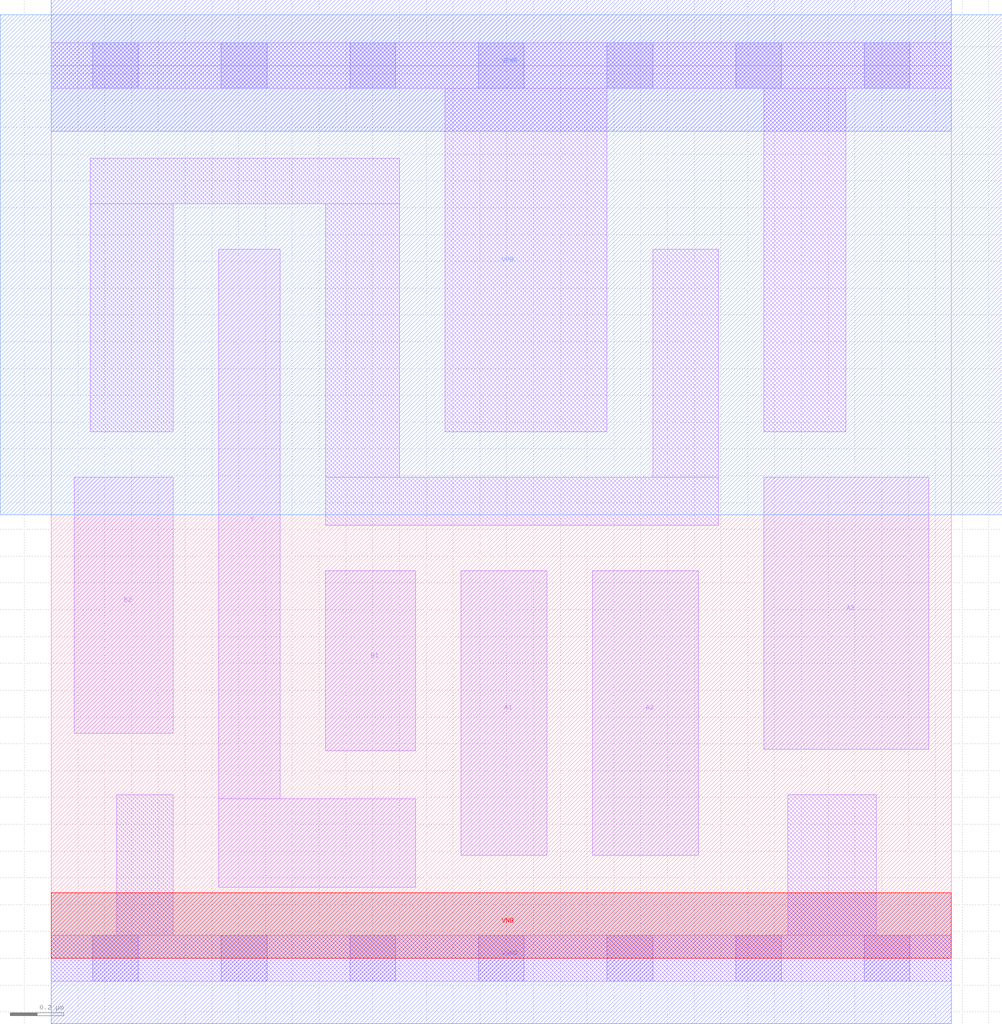
<source format=lef>
# Copyright 2020 The SkyWater PDK Authors
#
# Licensed under the Apache License, Version 2.0 (the "License");
# you may not use this file except in compliance with the License.
# You may obtain a copy of the License at
#
#     https://www.apache.org/licenses/LICENSE-2.0
#
# Unless required by applicable law or agreed to in writing, software
# distributed under the License is distributed on an "AS IS" BASIS,
# WITHOUT WARRANTIES OR CONDITIONS OF ANY KIND, either express or implied.
# See the License for the specific language governing permissions and
# limitations under the License.
#
# SPDX-License-Identifier: Apache-2.0

VERSION 5.7 ;
  NOWIREEXTENSIONATPIN ON ;
  DIVIDERCHAR "/" ;
  BUSBITCHARS "[]" ;
MACRO sky130_fd_sc_lp__a32oi_0
  CLASS CORE ;
  FOREIGN sky130_fd_sc_lp__a32oi_0 ;
  ORIGIN  0.000000  0.000000 ;
  SIZE  3.360000 BY  3.330000 ;
  SYMMETRY X Y R90 ;
  SITE unit ;
  PIN A1
    ANTENNAGATEAREA  0.159000 ;
    DIRECTION INPUT ;
    USE SIGNAL ;
    PORT
      LAYER li1 ;
        RECT 1.530000 0.385000 1.850000 1.445000 ;
    END
  END A1
  PIN A2
    ANTENNAGATEAREA  0.159000 ;
    DIRECTION INPUT ;
    USE SIGNAL ;
    PORT
      LAYER li1 ;
        RECT 2.020000 0.385000 2.415000 1.445000 ;
    END
  END A2
  PIN A3
    ANTENNAGATEAREA  0.159000 ;
    DIRECTION INPUT ;
    USE SIGNAL ;
    PORT
      LAYER li1 ;
        RECT 2.660000 0.780000 3.275000 1.795000 ;
    END
  END A3
  PIN B1
    ANTENNAGATEAREA  0.159000 ;
    DIRECTION INPUT ;
    USE SIGNAL ;
    PORT
      LAYER li1 ;
        RECT 1.025000 0.775000 1.360000 1.445000 ;
    END
  END B1
  PIN B2
    ANTENNAGATEAREA  0.159000 ;
    DIRECTION INPUT ;
    USE SIGNAL ;
    PORT
      LAYER li1 ;
        RECT 0.085000 0.840000 0.455000 1.795000 ;
    END
  END B2
  PIN Y
    ANTENNADIFFAREA  0.355600 ;
    DIRECTION OUTPUT ;
    USE SIGNAL ;
    PORT
      LAYER li1 ;
        RECT 0.625000 0.265000 1.360000 0.595000 ;
        RECT 0.625000 0.595000 0.855000 2.645000 ;
    END
  END Y
  PIN VGND
    DIRECTION INOUT ;
    USE GROUND ;
    PORT
      LAYER met1 ;
        RECT 0.000000 -0.245000 3.360000 0.245000 ;
    END
  END VGND
  PIN VNB
    DIRECTION INOUT ;
    USE GROUND ;
    PORT
      LAYER pwell ;
        RECT 0.000000 0.000000 3.360000 0.245000 ;
    END
  END VNB
  PIN VPB
    DIRECTION INOUT ;
    USE POWER ;
    PORT
      LAYER nwell ;
        RECT -0.190000 1.655000 3.550000 3.520000 ;
    END
  END VPB
  PIN VPWR
    DIRECTION INOUT ;
    USE POWER ;
    PORT
      LAYER met1 ;
        RECT 0.000000 3.085000 3.360000 3.575000 ;
    END
  END VPWR
  OBS
    LAYER li1 ;
      RECT 0.000000 -0.085000 3.360000 0.085000 ;
      RECT 0.000000  3.245000 3.360000 3.415000 ;
      RECT 0.145000  1.965000 0.455000 2.815000 ;
      RECT 0.145000  2.815000 1.300000 2.985000 ;
      RECT 0.245000  0.085000 0.455000 0.610000 ;
      RECT 1.025000  1.615000 2.490000 1.795000 ;
      RECT 1.025000  1.795000 1.300000 2.815000 ;
      RECT 1.470000  1.965000 2.075000 3.245000 ;
      RECT 2.245000  1.795000 2.490000 2.645000 ;
      RECT 2.660000  1.965000 2.965000 3.245000 ;
      RECT 2.750000  0.085000 3.080000 0.610000 ;
    LAYER mcon ;
      RECT 0.155000 -0.085000 0.325000 0.085000 ;
      RECT 0.155000  3.245000 0.325000 3.415000 ;
      RECT 0.635000 -0.085000 0.805000 0.085000 ;
      RECT 0.635000  3.245000 0.805000 3.415000 ;
      RECT 1.115000 -0.085000 1.285000 0.085000 ;
      RECT 1.115000  3.245000 1.285000 3.415000 ;
      RECT 1.595000 -0.085000 1.765000 0.085000 ;
      RECT 1.595000  3.245000 1.765000 3.415000 ;
      RECT 2.075000 -0.085000 2.245000 0.085000 ;
      RECT 2.075000  3.245000 2.245000 3.415000 ;
      RECT 2.555000 -0.085000 2.725000 0.085000 ;
      RECT 2.555000  3.245000 2.725000 3.415000 ;
      RECT 3.035000 -0.085000 3.205000 0.085000 ;
      RECT 3.035000  3.245000 3.205000 3.415000 ;
  END
END sky130_fd_sc_lp__a32oi_0
END LIBRARY

</source>
